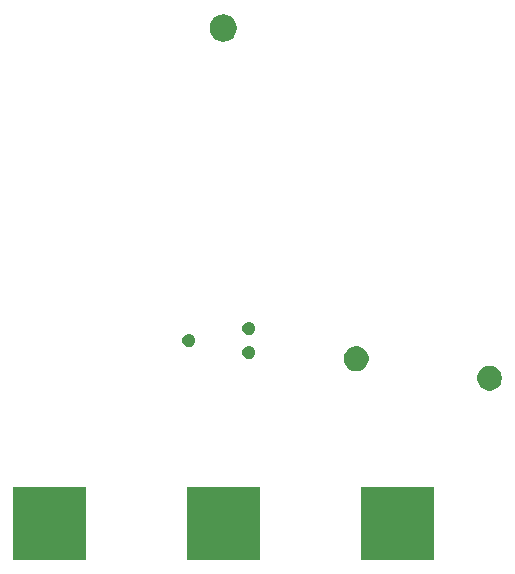
<source format=gbs>
G04 #@! TF.GenerationSoftware,KiCad,Pcbnew,5.1.4*
G04 #@! TF.CreationDate,2019-12-12T19:44:32-06:00*
G04 #@! TF.ProjectId,chrimbus2019,63687269-6d62-4757-9332-3031392e6b69,rev?*
G04 #@! TF.SameCoordinates,Original*
G04 #@! TF.FileFunction,Soldermask,Bot*
G04 #@! TF.FilePolarity,Negative*
%FSLAX46Y46*%
G04 Gerber Fmt 4.6, Leading zero omitted, Abs format (unit mm)*
G04 Created by KiCad (PCBNEW 5.1.4) date 2019-12-12 19:44:32*
%MOMM*%
%LPD*%
G04 APERTURE LIST*
%ADD10C,0.100000*%
G04 APERTURE END LIST*
D10*
G36*
X158026000Y-82080000D02*
G01*
X151854000Y-82080000D01*
X151854000Y-75908000D01*
X158026000Y-75908000D01*
X158026000Y-82080000D01*
X158026000Y-82080000D01*
G37*
G36*
X172771000Y-82080000D02*
G01*
X166599000Y-82080000D01*
X166599000Y-75908000D01*
X172771000Y-75908000D01*
X172771000Y-82080000D01*
X172771000Y-82080000D01*
G37*
G36*
X143281000Y-82080000D02*
G01*
X137109000Y-82080000D01*
X137109000Y-75908000D01*
X143281000Y-75908000D01*
X143281000Y-82080000D01*
X143281000Y-82080000D01*
G37*
G36*
X177776364Y-65689789D02*
G01*
X177967633Y-65769015D01*
X177967635Y-65769016D01*
X178112430Y-65865765D01*
X178139773Y-65884035D01*
X178286165Y-66030427D01*
X178401185Y-66202567D01*
X178480411Y-66393836D01*
X178520800Y-66596884D01*
X178520800Y-66803916D01*
X178480411Y-67006964D01*
X178401185Y-67198233D01*
X178401184Y-67198235D01*
X178286165Y-67370373D01*
X178139773Y-67516765D01*
X177967635Y-67631784D01*
X177967634Y-67631785D01*
X177967633Y-67631785D01*
X177776364Y-67711011D01*
X177573316Y-67751400D01*
X177366284Y-67751400D01*
X177163236Y-67711011D01*
X176971967Y-67631785D01*
X176971966Y-67631785D01*
X176971965Y-67631784D01*
X176799827Y-67516765D01*
X176653435Y-67370373D01*
X176538416Y-67198235D01*
X176538415Y-67198233D01*
X176459189Y-67006964D01*
X176418800Y-66803916D01*
X176418800Y-66596884D01*
X176459189Y-66393836D01*
X176538415Y-66202567D01*
X176653435Y-66030427D01*
X176799827Y-65884035D01*
X176827170Y-65865765D01*
X176971965Y-65769016D01*
X176971967Y-65769015D01*
X177163236Y-65689789D01*
X177366284Y-65649400D01*
X177573316Y-65649400D01*
X177776364Y-65689789D01*
X177776364Y-65689789D01*
G37*
G36*
X166498764Y-64038789D02*
G01*
X166617594Y-64088010D01*
X166690035Y-64118016D01*
X166759989Y-64164758D01*
X166862173Y-64233035D01*
X167008565Y-64379427D01*
X167123585Y-64551567D01*
X167202811Y-64742836D01*
X167243200Y-64945884D01*
X167243200Y-65152916D01*
X167202811Y-65355964D01*
X167123585Y-65547233D01*
X167123584Y-65547235D01*
X167008565Y-65719373D01*
X166862173Y-65865765D01*
X166690035Y-65980784D01*
X166690034Y-65980785D01*
X166690033Y-65980785D01*
X166498764Y-66060011D01*
X166295716Y-66100400D01*
X166088684Y-66100400D01*
X165885636Y-66060011D01*
X165694367Y-65980785D01*
X165694366Y-65980785D01*
X165694365Y-65980784D01*
X165522227Y-65865765D01*
X165375835Y-65719373D01*
X165260816Y-65547235D01*
X165260815Y-65547233D01*
X165181589Y-65355964D01*
X165141200Y-65152916D01*
X165141200Y-64945884D01*
X165181589Y-64742836D01*
X165260815Y-64551567D01*
X165375835Y-64379427D01*
X165522227Y-64233035D01*
X165624411Y-64164758D01*
X165694365Y-64118016D01*
X165766806Y-64088010D01*
X165885636Y-64038789D01*
X166088684Y-63998400D01*
X166295716Y-63998400D01*
X166498764Y-64038789D01*
X166498764Y-64038789D01*
G37*
G36*
X157234321Y-63986174D02*
G01*
X157334595Y-64027709D01*
X157337763Y-64029826D01*
X157424842Y-64088010D01*
X157501590Y-64164758D01*
X157501591Y-64164760D01*
X157561891Y-64255005D01*
X157603426Y-64355279D01*
X157624600Y-64461730D01*
X157624600Y-64570270D01*
X157603426Y-64676721D01*
X157561891Y-64776995D01*
X157561890Y-64776996D01*
X157501590Y-64867242D01*
X157424842Y-64943990D01*
X157422007Y-64945884D01*
X157334595Y-65004291D01*
X157234321Y-65045826D01*
X157127870Y-65067000D01*
X157019330Y-65067000D01*
X156912879Y-65045826D01*
X156812605Y-65004291D01*
X156725193Y-64945884D01*
X156722358Y-64943990D01*
X156645610Y-64867242D01*
X156585310Y-64776996D01*
X156585309Y-64776995D01*
X156543774Y-64676721D01*
X156522600Y-64570270D01*
X156522600Y-64461730D01*
X156543774Y-64355279D01*
X156585309Y-64255005D01*
X156645609Y-64164760D01*
X156645610Y-64164758D01*
X156722358Y-64088010D01*
X156809437Y-64029826D01*
X156812605Y-64027709D01*
X156912879Y-63986174D01*
X157019330Y-63965000D01*
X157127870Y-63965000D01*
X157234321Y-63986174D01*
X157234321Y-63986174D01*
G37*
G36*
X152154321Y-62970174D02*
G01*
X152254595Y-63011709D01*
X152257763Y-63013826D01*
X152344842Y-63072010D01*
X152421590Y-63148758D01*
X152421591Y-63148760D01*
X152481891Y-63239005D01*
X152523426Y-63339279D01*
X152544600Y-63445730D01*
X152544600Y-63554270D01*
X152523426Y-63660721D01*
X152481891Y-63760995D01*
X152481890Y-63760996D01*
X152421590Y-63851242D01*
X152344842Y-63927990D01*
X152299412Y-63958345D01*
X152254595Y-63988291D01*
X152154321Y-64029826D01*
X152047870Y-64051000D01*
X151939330Y-64051000D01*
X151832879Y-64029826D01*
X151732605Y-63988291D01*
X151687788Y-63958345D01*
X151642358Y-63927990D01*
X151565610Y-63851242D01*
X151505310Y-63760996D01*
X151505309Y-63760995D01*
X151463774Y-63660721D01*
X151442600Y-63554270D01*
X151442600Y-63445730D01*
X151463774Y-63339279D01*
X151505309Y-63239005D01*
X151565609Y-63148760D01*
X151565610Y-63148758D01*
X151642358Y-63072010D01*
X151729437Y-63013826D01*
X151732605Y-63011709D01*
X151832879Y-62970174D01*
X151939330Y-62949000D01*
X152047870Y-62949000D01*
X152154321Y-62970174D01*
X152154321Y-62970174D01*
G37*
G36*
X157234321Y-61954174D02*
G01*
X157334595Y-61995709D01*
X157334596Y-61995710D01*
X157424842Y-62056010D01*
X157501590Y-62132758D01*
X157501591Y-62132760D01*
X157561891Y-62223005D01*
X157603426Y-62323279D01*
X157624600Y-62429730D01*
X157624600Y-62538270D01*
X157603426Y-62644721D01*
X157561891Y-62744995D01*
X157561890Y-62744996D01*
X157501590Y-62835242D01*
X157424842Y-62911990D01*
X157379412Y-62942345D01*
X157334595Y-62972291D01*
X157234321Y-63013826D01*
X157127870Y-63035000D01*
X157019330Y-63035000D01*
X156912879Y-63013826D01*
X156812605Y-62972291D01*
X156767788Y-62942345D01*
X156722358Y-62911990D01*
X156645610Y-62835242D01*
X156585310Y-62744996D01*
X156585309Y-62744995D01*
X156543774Y-62644721D01*
X156522600Y-62538270D01*
X156522600Y-62429730D01*
X156543774Y-62323279D01*
X156585309Y-62223005D01*
X156645609Y-62132760D01*
X156645610Y-62132758D01*
X156722358Y-62056010D01*
X156812604Y-61995710D01*
X156812605Y-61995709D01*
X156912879Y-61954174D01*
X157019330Y-61933000D01*
X157127870Y-61933000D01*
X157234321Y-61954174D01*
X157234321Y-61954174D01*
G37*
G36*
X155139149Y-35929716D02*
G01*
X155250334Y-35951832D01*
X155459803Y-36038597D01*
X155648320Y-36164560D01*
X155808640Y-36324880D01*
X155934603Y-36513397D01*
X156021368Y-36722866D01*
X156065600Y-36945236D01*
X156065600Y-37171964D01*
X156021368Y-37394334D01*
X155934603Y-37603803D01*
X155808640Y-37792320D01*
X155648320Y-37952640D01*
X155459803Y-38078603D01*
X155250334Y-38165368D01*
X155139149Y-38187484D01*
X155027965Y-38209600D01*
X154801235Y-38209600D01*
X154690051Y-38187484D01*
X154578866Y-38165368D01*
X154369397Y-38078603D01*
X154180880Y-37952640D01*
X154020560Y-37792320D01*
X153894597Y-37603803D01*
X153807832Y-37394334D01*
X153763600Y-37171964D01*
X153763600Y-36945236D01*
X153807832Y-36722866D01*
X153894597Y-36513397D01*
X154020560Y-36324880D01*
X154180880Y-36164560D01*
X154369397Y-36038597D01*
X154578866Y-35951832D01*
X154690051Y-35929716D01*
X154801235Y-35907600D01*
X155027965Y-35907600D01*
X155139149Y-35929716D01*
X155139149Y-35929716D01*
G37*
M02*

</source>
